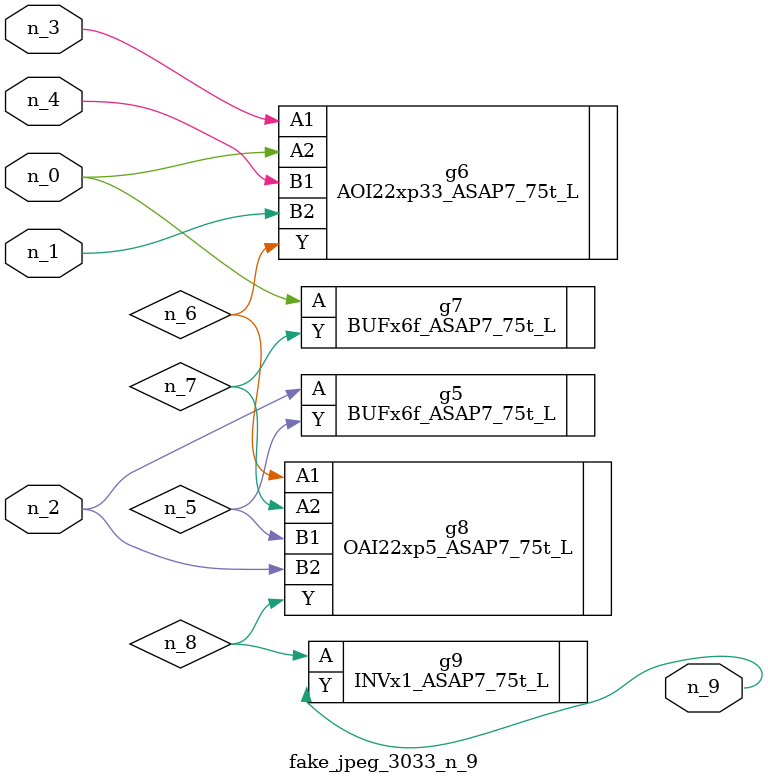
<source format=v>
module fake_jpeg_3033_n_9 (n_3, n_2, n_1, n_0, n_4, n_9);

input n_3;
input n_2;
input n_1;
input n_0;
input n_4;

output n_9;

wire n_8;
wire n_6;
wire n_5;
wire n_7;

BUFx6f_ASAP7_75t_L g5 ( 
.A(n_2),
.Y(n_5)
);

AOI22xp33_ASAP7_75t_L g6 ( 
.A1(n_3),
.A2(n_0),
.B1(n_4),
.B2(n_1),
.Y(n_6)
);

BUFx6f_ASAP7_75t_L g7 ( 
.A(n_0),
.Y(n_7)
);

OAI22xp5_ASAP7_75t_L g8 ( 
.A1(n_6),
.A2(n_7),
.B1(n_5),
.B2(n_2),
.Y(n_8)
);

INVx1_ASAP7_75t_L g9 ( 
.A(n_8),
.Y(n_9)
);


endmodule
</source>
